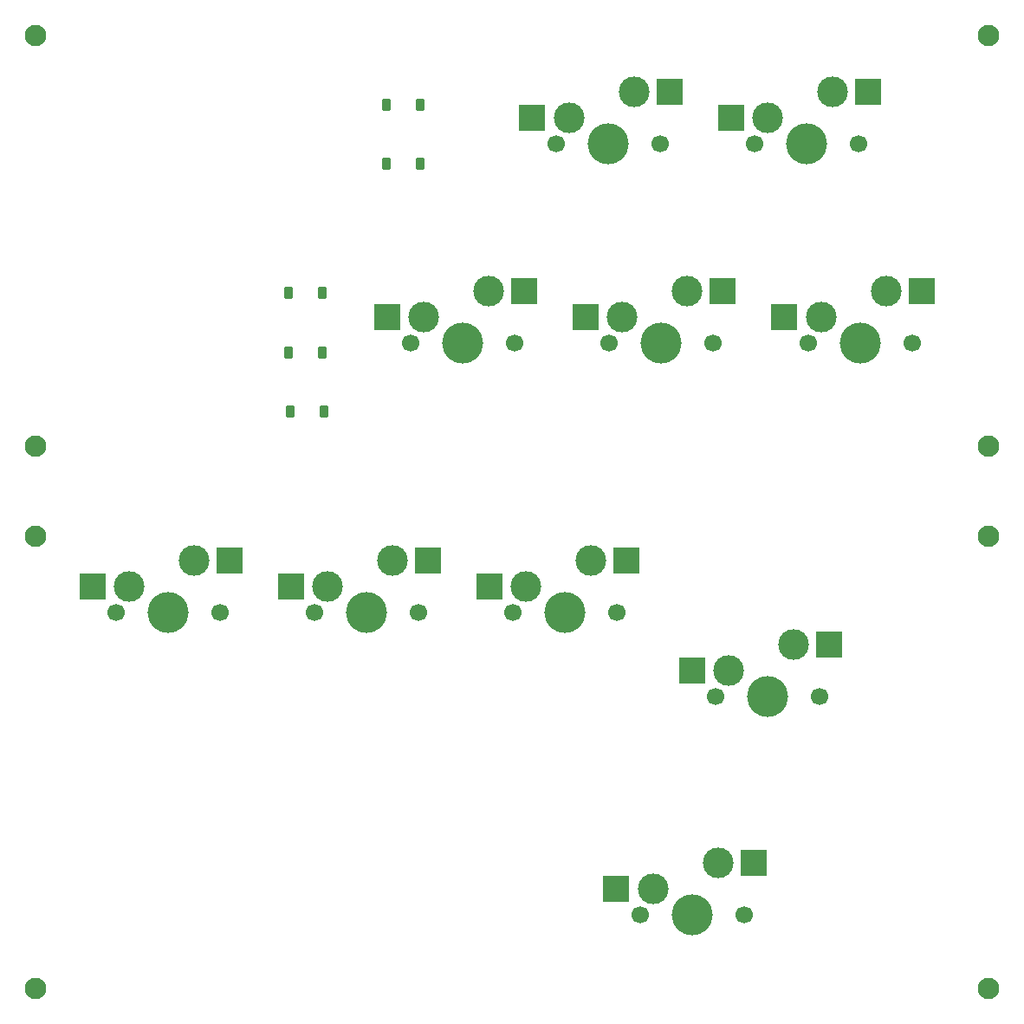
<source format=gbr>
%TF.GenerationSoftware,KiCad,Pcbnew,8.0.5*%
%TF.CreationDate,2024-10-05T22:17:55+10:00*%
%TF.ProjectId,TetrisKeyboard,54657472-6973-44b6-9579-626f6172642e,rev?*%
%TF.SameCoordinates,Original*%
%TF.FileFunction,Soldermask,Bot*%
%TF.FilePolarity,Negative*%
%FSLAX46Y46*%
G04 Gerber Fmt 4.6, Leading zero omitted, Abs format (unit mm)*
G04 Created by KiCad (PCBNEW 8.0.5) date 2024-10-05 22:17:55*
%MOMM*%
%LPD*%
G01*
G04 APERTURE LIST*
G04 Aperture macros list*
%AMRoundRect*
0 Rectangle with rounded corners*
0 $1 Rounding radius*
0 $2 $3 $4 $5 $6 $7 $8 $9 X,Y pos of 4 corners*
0 Add a 4 corners polygon primitive as box body*
4,1,4,$2,$3,$4,$5,$6,$7,$8,$9,$2,$3,0*
0 Add four circle primitives for the rounded corners*
1,1,$1+$1,$2,$3*
1,1,$1+$1,$4,$5*
1,1,$1+$1,$6,$7*
1,1,$1+$1,$8,$9*
0 Add four rect primitives between the rounded corners*
20,1,$1+$1,$2,$3,$4,$5,0*
20,1,$1+$1,$4,$5,$6,$7,0*
20,1,$1+$1,$6,$7,$8,$9,0*
20,1,$1+$1,$8,$9,$2,$3,0*%
G04 Aperture macros list end*
%ADD10C,2.100000*%
%ADD11C,1.700000*%
%ADD12C,3.000000*%
%ADD13C,4.000000*%
%ADD14R,2.550000X2.500000*%
%ADD15RoundRect,0.225000X-0.225000X-0.375000X0.225000X-0.375000X0.225000X0.375000X-0.225000X0.375000X0*%
G04 APERTURE END LIST*
D10*
%TO.C,2.1mm*%
X22000000Y-128400000D03*
%TD*%
D11*
%TO.C,SW9*%
X49320000Y-91600000D03*
D12*
X50590000Y-89060000D03*
D13*
X54400000Y-91600000D03*
D12*
X56940000Y-86520000D03*
D11*
X59480000Y-91600000D03*
D14*
X46990000Y-89060000D03*
X60415000Y-86520000D03*
%TD*%
D10*
%TO.C,2.1mm*%
X115200000Y-128400000D03*
%TD*%
D11*
%TO.C,SW6*%
X81120000Y-121200000D03*
D12*
X82390000Y-118660000D03*
D13*
X86200000Y-121200000D03*
D12*
X88740000Y-116120000D03*
D11*
X91280000Y-121200000D03*
D14*
X78790000Y-118660000D03*
X92215000Y-116120000D03*
%TD*%
D11*
%TO.C,SW1*%
X58720000Y-65280000D03*
D12*
X59990000Y-62740000D03*
D13*
X63800000Y-65280000D03*
D12*
X66340000Y-60200000D03*
D11*
X68880000Y-65280000D03*
D14*
X56390000Y-62740000D03*
X69815000Y-60200000D03*
%TD*%
D10*
%TO.C,2.1mm*%
X115200000Y-35200000D03*
%TD*%
D11*
%TO.C,SW4*%
X72920000Y-45800000D03*
D12*
X74190000Y-43260000D03*
D13*
X78000000Y-45800000D03*
D12*
X80540000Y-40720000D03*
D11*
X83080000Y-45800000D03*
D14*
X70590000Y-43260000D03*
X84015000Y-40720000D03*
%TD*%
D11*
%TO.C,SW5*%
X92320000Y-45800000D03*
D12*
X93590000Y-43260000D03*
D13*
X97400000Y-45800000D03*
D12*
X99940000Y-40720000D03*
D11*
X102480000Y-45800000D03*
D14*
X89990000Y-43260000D03*
X103415000Y-40720000D03*
%TD*%
D11*
%TO.C,SW10*%
X29920000Y-91600000D03*
D12*
X31190000Y-89060000D03*
D13*
X35000000Y-91600000D03*
D12*
X37540000Y-86520000D03*
D11*
X40080000Y-91600000D03*
D14*
X27590000Y-89060000D03*
X41015000Y-86520000D03*
%TD*%
D11*
%TO.C,SW7*%
X88520000Y-99800000D03*
D12*
X89790000Y-97260000D03*
D13*
X93600000Y-99800000D03*
D12*
X96140000Y-94720000D03*
D11*
X98680000Y-99800000D03*
D14*
X86190000Y-97260000D03*
X99615000Y-94720000D03*
%TD*%
D11*
%TO.C,SW3*%
X97530000Y-65280000D03*
D12*
X98800000Y-62740000D03*
D13*
X102610000Y-65280000D03*
D12*
X105150000Y-60200000D03*
D11*
X107690000Y-65280000D03*
D14*
X95200000Y-62740000D03*
X108625000Y-60200000D03*
%TD*%
D10*
%TO.C,2.1mm*%
X22000000Y-84200000D03*
%TD*%
%TO.C,2.1mm*%
X22000000Y-35200000D03*
%TD*%
D11*
%TO.C,SW8*%
X68720000Y-91600000D03*
D12*
X69990000Y-89060000D03*
D13*
X73800000Y-91600000D03*
D12*
X76340000Y-86520000D03*
D11*
X78880000Y-91600000D03*
D14*
X66390000Y-89060000D03*
X79815000Y-86520000D03*
%TD*%
D10*
%TO.C,REF\u002A\u002A*%
X115200000Y-84200000D03*
%TD*%
D11*
%TO.C,SW2*%
X78120000Y-65280000D03*
D12*
X79390000Y-62740000D03*
D13*
X83200000Y-65280000D03*
D12*
X85740000Y-60200000D03*
D11*
X88280000Y-65280000D03*
D14*
X75790000Y-62740000D03*
X89215000Y-60200000D03*
%TD*%
D10*
%TO.C,REF\u002A\u002A*%
X115200000Y-75400000D03*
%TD*%
%TO.C,2.1mm*%
X22000000Y-75400000D03*
%TD*%
D15*
%TO.C,D4*%
X56350000Y-42000000D03*
X59650000Y-42000000D03*
%TD*%
%TO.C,D5*%
X56350000Y-47800000D03*
X59650000Y-47800000D03*
%TD*%
%TO.C,D1*%
X46750000Y-60400000D03*
X50050000Y-60400000D03*
%TD*%
%TO.C,D2*%
X46750000Y-66200000D03*
X50050000Y-66200000D03*
%TD*%
%TO.C,D3*%
X46950000Y-72000000D03*
X50250000Y-72000000D03*
%TD*%
M02*

</source>
